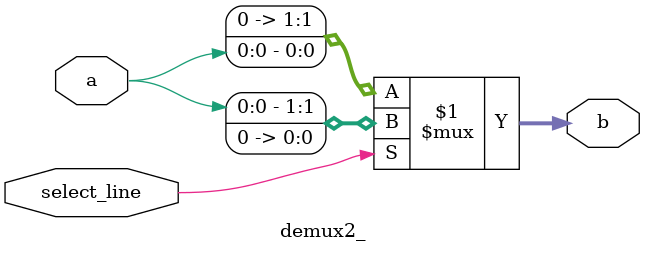
<source format=v>
module demux2_(
input a,
input select_line, 
output [1:0]b);
assign b = select_line ? {a, 1'b0} : {1'b0, a} ; 
endmodule

</source>
